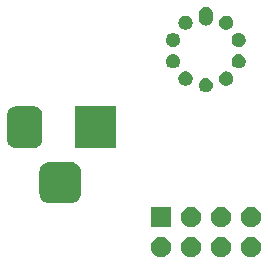
<source format=gbr>
%TF.GenerationSoftware,KiCad,Pcbnew,(5.1.6)-1*%
%TF.CreationDate,2021-01-16T21:26:58+01:00*%
%TF.ProjectId,hardware-smart-gaz-detector-extension-board,68617264-7761-4726-952d-736d6172742d,rev?*%
%TF.SameCoordinates,Original*%
%TF.FileFunction,Soldermask,Bot*%
%TF.FilePolarity,Negative*%
%FSLAX46Y46*%
G04 Gerber Fmt 4.6, Leading zero omitted, Abs format (unit mm)*
G04 Created by KiCad (PCBNEW (5.1.6)-1) date 2021-01-16 21:26:58*
%MOMM*%
%LPD*%
G01*
G04 APERTURE LIST*
%ADD10C,0.100000*%
G04 APERTURE END LIST*
D10*
G36*
X66487936Y-71318665D02*
G01*
X66642626Y-71382739D01*
X66712076Y-71429145D01*
X66781844Y-71475762D01*
X66900238Y-71594156D01*
X66946855Y-71663924D01*
X66993261Y-71733374D01*
X67057335Y-71888064D01*
X67090000Y-72052282D01*
X67090000Y-72219718D01*
X67057335Y-72383936D01*
X66993261Y-72538626D01*
X66946855Y-72608076D01*
X66900238Y-72677844D01*
X66781844Y-72796238D01*
X66712076Y-72842855D01*
X66642626Y-72889261D01*
X66487936Y-72953335D01*
X66323718Y-72986000D01*
X66156282Y-72986000D01*
X65992064Y-72953335D01*
X65837374Y-72889261D01*
X65767924Y-72842855D01*
X65698156Y-72796238D01*
X65579762Y-72677844D01*
X65533145Y-72608076D01*
X65486739Y-72538626D01*
X65422665Y-72383936D01*
X65390000Y-72219718D01*
X65390000Y-72052282D01*
X65422665Y-71888064D01*
X65486739Y-71733374D01*
X65533145Y-71663924D01*
X65579762Y-71594156D01*
X65698156Y-71475762D01*
X65767924Y-71429145D01*
X65837374Y-71382739D01*
X65992064Y-71318665D01*
X66156282Y-71286000D01*
X66323718Y-71286000D01*
X66487936Y-71318665D01*
G37*
G36*
X63947936Y-71318665D02*
G01*
X64102626Y-71382739D01*
X64172076Y-71429145D01*
X64241844Y-71475762D01*
X64360238Y-71594156D01*
X64406855Y-71663924D01*
X64453261Y-71733374D01*
X64517335Y-71888064D01*
X64550000Y-72052282D01*
X64550000Y-72219718D01*
X64517335Y-72383936D01*
X64453261Y-72538626D01*
X64406855Y-72608076D01*
X64360238Y-72677844D01*
X64241844Y-72796238D01*
X64172076Y-72842855D01*
X64102626Y-72889261D01*
X63947936Y-72953335D01*
X63783718Y-72986000D01*
X63616282Y-72986000D01*
X63452064Y-72953335D01*
X63297374Y-72889261D01*
X63227924Y-72842855D01*
X63158156Y-72796238D01*
X63039762Y-72677844D01*
X62993145Y-72608076D01*
X62946739Y-72538626D01*
X62882665Y-72383936D01*
X62850000Y-72219718D01*
X62850000Y-72052282D01*
X62882665Y-71888064D01*
X62946739Y-71733374D01*
X62993145Y-71663924D01*
X63039762Y-71594156D01*
X63158156Y-71475762D01*
X63227924Y-71429145D01*
X63297374Y-71382739D01*
X63452064Y-71318665D01*
X63616282Y-71286000D01*
X63783718Y-71286000D01*
X63947936Y-71318665D01*
G37*
G36*
X71567936Y-71318665D02*
G01*
X71722626Y-71382739D01*
X71792076Y-71429145D01*
X71861844Y-71475762D01*
X71980238Y-71594156D01*
X72026855Y-71663924D01*
X72073261Y-71733374D01*
X72137335Y-71888064D01*
X72170000Y-72052282D01*
X72170000Y-72219718D01*
X72137335Y-72383936D01*
X72073261Y-72538626D01*
X72026855Y-72608076D01*
X71980238Y-72677844D01*
X71861844Y-72796238D01*
X71792076Y-72842855D01*
X71722626Y-72889261D01*
X71567936Y-72953335D01*
X71403718Y-72986000D01*
X71236282Y-72986000D01*
X71072064Y-72953335D01*
X70917374Y-72889261D01*
X70847924Y-72842855D01*
X70778156Y-72796238D01*
X70659762Y-72677844D01*
X70613145Y-72608076D01*
X70566739Y-72538626D01*
X70502665Y-72383936D01*
X70470000Y-72219718D01*
X70470000Y-72052282D01*
X70502665Y-71888064D01*
X70566739Y-71733374D01*
X70613145Y-71663924D01*
X70659762Y-71594156D01*
X70778156Y-71475762D01*
X70847924Y-71429145D01*
X70917374Y-71382739D01*
X71072064Y-71318665D01*
X71236282Y-71286000D01*
X71403718Y-71286000D01*
X71567936Y-71318665D01*
G37*
G36*
X69027936Y-71318665D02*
G01*
X69182626Y-71382739D01*
X69252076Y-71429145D01*
X69321844Y-71475762D01*
X69440238Y-71594156D01*
X69486855Y-71663924D01*
X69533261Y-71733374D01*
X69597335Y-71888064D01*
X69630000Y-72052282D01*
X69630000Y-72219718D01*
X69597335Y-72383936D01*
X69533261Y-72538626D01*
X69486855Y-72608076D01*
X69440238Y-72677844D01*
X69321844Y-72796238D01*
X69252076Y-72842855D01*
X69182626Y-72889261D01*
X69027936Y-72953335D01*
X68863718Y-72986000D01*
X68696282Y-72986000D01*
X68532064Y-72953335D01*
X68377374Y-72889261D01*
X68307924Y-72842855D01*
X68238156Y-72796238D01*
X68119762Y-72677844D01*
X68073145Y-72608076D01*
X68026739Y-72538626D01*
X67962665Y-72383936D01*
X67930000Y-72219718D01*
X67930000Y-72052282D01*
X67962665Y-71888064D01*
X68026739Y-71733374D01*
X68073145Y-71663924D01*
X68119762Y-71594156D01*
X68238156Y-71475762D01*
X68307924Y-71429145D01*
X68377374Y-71382739D01*
X68532064Y-71318665D01*
X68696282Y-71286000D01*
X68863718Y-71286000D01*
X69027936Y-71318665D01*
G37*
G36*
X64550000Y-70446000D02*
G01*
X62850000Y-70446000D01*
X62850000Y-68746000D01*
X64550000Y-68746000D01*
X64550000Y-70446000D01*
G37*
G36*
X71567936Y-68778665D02*
G01*
X71722626Y-68842739D01*
X71792076Y-68889145D01*
X71861844Y-68935762D01*
X71980238Y-69054156D01*
X72026855Y-69123924D01*
X72073261Y-69193374D01*
X72137335Y-69348064D01*
X72170000Y-69512282D01*
X72170000Y-69679718D01*
X72137335Y-69843936D01*
X72073261Y-69998626D01*
X72026855Y-70068076D01*
X71980238Y-70137844D01*
X71861844Y-70256238D01*
X71792076Y-70302855D01*
X71722626Y-70349261D01*
X71567936Y-70413335D01*
X71403718Y-70446000D01*
X71236282Y-70446000D01*
X71072064Y-70413335D01*
X70917374Y-70349261D01*
X70847924Y-70302855D01*
X70778156Y-70256238D01*
X70659762Y-70137844D01*
X70613145Y-70068076D01*
X70566739Y-69998626D01*
X70502665Y-69843936D01*
X70470000Y-69679718D01*
X70470000Y-69512282D01*
X70502665Y-69348064D01*
X70566739Y-69193374D01*
X70613145Y-69123924D01*
X70659762Y-69054156D01*
X70778156Y-68935762D01*
X70847924Y-68889145D01*
X70917374Y-68842739D01*
X71072064Y-68778665D01*
X71236282Y-68746000D01*
X71403718Y-68746000D01*
X71567936Y-68778665D01*
G37*
G36*
X69027936Y-68778665D02*
G01*
X69182626Y-68842739D01*
X69252076Y-68889145D01*
X69321844Y-68935762D01*
X69440238Y-69054156D01*
X69486855Y-69123924D01*
X69533261Y-69193374D01*
X69597335Y-69348064D01*
X69630000Y-69512282D01*
X69630000Y-69679718D01*
X69597335Y-69843936D01*
X69533261Y-69998626D01*
X69486855Y-70068076D01*
X69440238Y-70137844D01*
X69321844Y-70256238D01*
X69252076Y-70302855D01*
X69182626Y-70349261D01*
X69027936Y-70413335D01*
X68863718Y-70446000D01*
X68696282Y-70446000D01*
X68532064Y-70413335D01*
X68377374Y-70349261D01*
X68307924Y-70302855D01*
X68238156Y-70256238D01*
X68119762Y-70137844D01*
X68073145Y-70068076D01*
X68026739Y-69998626D01*
X67962665Y-69843936D01*
X67930000Y-69679718D01*
X67930000Y-69512282D01*
X67962665Y-69348064D01*
X68026739Y-69193374D01*
X68073145Y-69123924D01*
X68119762Y-69054156D01*
X68238156Y-68935762D01*
X68307924Y-68889145D01*
X68377374Y-68842739D01*
X68532064Y-68778665D01*
X68696282Y-68746000D01*
X68863718Y-68746000D01*
X69027936Y-68778665D01*
G37*
G36*
X66487936Y-68778665D02*
G01*
X66642626Y-68842739D01*
X66712076Y-68889145D01*
X66781844Y-68935762D01*
X66900238Y-69054156D01*
X66946855Y-69123924D01*
X66993261Y-69193374D01*
X67057335Y-69348064D01*
X67090000Y-69512282D01*
X67090000Y-69679718D01*
X67057335Y-69843936D01*
X66993261Y-69998626D01*
X66946855Y-70068076D01*
X66900238Y-70137844D01*
X66781844Y-70256238D01*
X66712076Y-70302855D01*
X66642626Y-70349261D01*
X66487936Y-70413335D01*
X66323718Y-70446000D01*
X66156282Y-70446000D01*
X65992064Y-70413335D01*
X65837374Y-70349261D01*
X65767924Y-70302855D01*
X65698156Y-70256238D01*
X65579762Y-70137844D01*
X65533145Y-70068076D01*
X65486739Y-69998626D01*
X65422665Y-69843936D01*
X65390000Y-69679718D01*
X65390000Y-69512282D01*
X65422665Y-69348064D01*
X65486739Y-69193374D01*
X65533145Y-69123924D01*
X65579762Y-69054156D01*
X65698156Y-68935762D01*
X65767924Y-68889145D01*
X65837374Y-68842739D01*
X65992064Y-68778665D01*
X66156282Y-68746000D01*
X66323718Y-68746000D01*
X66487936Y-68778665D01*
G37*
G36*
X56235797Y-64942521D02*
G01*
X56394257Y-64990590D01*
X56540293Y-65068648D01*
X56668300Y-65173700D01*
X56773352Y-65301707D01*
X56851410Y-65447743D01*
X56899479Y-65606203D01*
X56916000Y-65773947D01*
X56916000Y-67578053D01*
X56899479Y-67745797D01*
X56851410Y-67904257D01*
X56773352Y-68050293D01*
X56668300Y-68178300D01*
X56540293Y-68283352D01*
X56394257Y-68361410D01*
X56235797Y-68409479D01*
X56068053Y-68426000D01*
X54263947Y-68426000D01*
X54096203Y-68409479D01*
X53937743Y-68361410D01*
X53791707Y-68283352D01*
X53663700Y-68178300D01*
X53558648Y-68050293D01*
X53480590Y-67904257D01*
X53432521Y-67745797D01*
X53416000Y-67578053D01*
X53416000Y-65773947D01*
X53432521Y-65606203D01*
X53480590Y-65447743D01*
X53558648Y-65301707D01*
X53663700Y-65173700D01*
X53791707Y-65068648D01*
X53937743Y-64990590D01*
X54096203Y-64942521D01*
X54263947Y-64926000D01*
X56068053Y-64926000D01*
X56235797Y-64942521D01*
G37*
G36*
X59916000Y-63726000D02*
G01*
X56416000Y-63726000D01*
X56416000Y-60226000D01*
X59916000Y-60226000D01*
X59916000Y-63726000D01*
G37*
G36*
X53086410Y-60240119D02*
G01*
X53221420Y-60281074D01*
X53345848Y-60347583D01*
X53454912Y-60437088D01*
X53544417Y-60546152D01*
X53610926Y-60670580D01*
X53651881Y-60805590D01*
X53666000Y-60948947D01*
X53666000Y-63003053D01*
X53651881Y-63146410D01*
X53610926Y-63281420D01*
X53544417Y-63405848D01*
X53454912Y-63514912D01*
X53345848Y-63604417D01*
X53221420Y-63670926D01*
X53086410Y-63711881D01*
X52943053Y-63726000D01*
X51388947Y-63726000D01*
X51245590Y-63711881D01*
X51110580Y-63670926D01*
X50986152Y-63604417D01*
X50877088Y-63514912D01*
X50787583Y-63405848D01*
X50721074Y-63281420D01*
X50680119Y-63146410D01*
X50666000Y-63003053D01*
X50666000Y-60948947D01*
X50680119Y-60805590D01*
X50721074Y-60670580D01*
X50787583Y-60546152D01*
X50877088Y-60437088D01*
X50986152Y-60347583D01*
X51110580Y-60281074D01*
X51245590Y-60240119D01*
X51388947Y-60226000D01*
X52943053Y-60226000D01*
X53086410Y-60240119D01*
G37*
G36*
X67675014Y-57841058D02*
G01*
X67784207Y-57886287D01*
X67882478Y-57951950D01*
X67966050Y-58035522D01*
X68031713Y-58133793D01*
X68076942Y-58242986D01*
X68100000Y-58358905D01*
X68100000Y-58477095D01*
X68076942Y-58593014D01*
X68031713Y-58702207D01*
X67966050Y-58800478D01*
X67882478Y-58884050D01*
X67784207Y-58949713D01*
X67675014Y-58994942D01*
X67559095Y-59018000D01*
X67440905Y-59018000D01*
X67324986Y-58994942D01*
X67215793Y-58949713D01*
X67117522Y-58884050D01*
X67033950Y-58800478D01*
X66968287Y-58702207D01*
X66923058Y-58593014D01*
X66900000Y-58477095D01*
X66900000Y-58358905D01*
X66923058Y-58242986D01*
X66968287Y-58133793D01*
X67033950Y-58035522D01*
X67117522Y-57951950D01*
X67215793Y-57886287D01*
X67324986Y-57841058D01*
X67440905Y-57818000D01*
X67559095Y-57818000D01*
X67675014Y-57841058D01*
G37*
G36*
X65958681Y-57283388D02*
G01*
X66067874Y-57328617D01*
X66166145Y-57394280D01*
X66249717Y-57477852D01*
X66315380Y-57576123D01*
X66360609Y-57685316D01*
X66383667Y-57801235D01*
X66383667Y-57919425D01*
X66360609Y-58035344D01*
X66315380Y-58144537D01*
X66249717Y-58242808D01*
X66166145Y-58326380D01*
X66067874Y-58392043D01*
X65958681Y-58437272D01*
X65842762Y-58460330D01*
X65724572Y-58460330D01*
X65608653Y-58437272D01*
X65499460Y-58392043D01*
X65401189Y-58326380D01*
X65317617Y-58242808D01*
X65251954Y-58144537D01*
X65206725Y-58035344D01*
X65183667Y-57919425D01*
X65183667Y-57801235D01*
X65206725Y-57685316D01*
X65251954Y-57576123D01*
X65317617Y-57477852D01*
X65401189Y-57394280D01*
X65499460Y-57328617D01*
X65608653Y-57283388D01*
X65724572Y-57260330D01*
X65842762Y-57260330D01*
X65958681Y-57283388D01*
G37*
G36*
X69391347Y-57283388D02*
G01*
X69500540Y-57328617D01*
X69598811Y-57394280D01*
X69682383Y-57477852D01*
X69748046Y-57576123D01*
X69793275Y-57685316D01*
X69816333Y-57801235D01*
X69816333Y-57919425D01*
X69793275Y-58035344D01*
X69748046Y-58144537D01*
X69682383Y-58242808D01*
X69598811Y-58326380D01*
X69500540Y-58392043D01*
X69391347Y-58437272D01*
X69275428Y-58460330D01*
X69157238Y-58460330D01*
X69041319Y-58437272D01*
X68932126Y-58392043D01*
X68833855Y-58326380D01*
X68750283Y-58242808D01*
X68684620Y-58144537D01*
X68639391Y-58035344D01*
X68616333Y-57919425D01*
X68616333Y-57801235D01*
X68639391Y-57685316D01*
X68684620Y-57576123D01*
X68750283Y-57477852D01*
X68833855Y-57394280D01*
X68932126Y-57328617D01*
X69041319Y-57283388D01*
X69157238Y-57260330D01*
X69275428Y-57260330D01*
X69391347Y-57283388D01*
G37*
G36*
X64897929Y-55823388D02*
G01*
X65007122Y-55868617D01*
X65105393Y-55934280D01*
X65188965Y-56017852D01*
X65254628Y-56116123D01*
X65299857Y-56225316D01*
X65322915Y-56341235D01*
X65322915Y-56459425D01*
X65299857Y-56575344D01*
X65254628Y-56684537D01*
X65188965Y-56782808D01*
X65105393Y-56866380D01*
X65007122Y-56932043D01*
X64897929Y-56977272D01*
X64782010Y-57000330D01*
X64663820Y-57000330D01*
X64547901Y-56977272D01*
X64438708Y-56932043D01*
X64340437Y-56866380D01*
X64256865Y-56782808D01*
X64191202Y-56684537D01*
X64145973Y-56575344D01*
X64122915Y-56459425D01*
X64122915Y-56341235D01*
X64145973Y-56225316D01*
X64191202Y-56116123D01*
X64256865Y-56017852D01*
X64340437Y-55934280D01*
X64438708Y-55868617D01*
X64547901Y-55823388D01*
X64663820Y-55800330D01*
X64782010Y-55800330D01*
X64897929Y-55823388D01*
G37*
G36*
X70452099Y-55823388D02*
G01*
X70561292Y-55868617D01*
X70659563Y-55934280D01*
X70743135Y-56017852D01*
X70808798Y-56116123D01*
X70854027Y-56225316D01*
X70877085Y-56341235D01*
X70877085Y-56459425D01*
X70854027Y-56575344D01*
X70808798Y-56684537D01*
X70743135Y-56782808D01*
X70659563Y-56866380D01*
X70561292Y-56932043D01*
X70452099Y-56977272D01*
X70336180Y-57000330D01*
X70217990Y-57000330D01*
X70102071Y-56977272D01*
X69992878Y-56932043D01*
X69894607Y-56866380D01*
X69811035Y-56782808D01*
X69745372Y-56684537D01*
X69700143Y-56575344D01*
X69677085Y-56459425D01*
X69677085Y-56341235D01*
X69700143Y-56225316D01*
X69745372Y-56116123D01*
X69811035Y-56017852D01*
X69894607Y-55934280D01*
X69992878Y-55868617D01*
X70102071Y-55823388D01*
X70217990Y-55800330D01*
X70336180Y-55800330D01*
X70452099Y-55823388D01*
G37*
G36*
X64897929Y-54018728D02*
G01*
X65007122Y-54063957D01*
X65105393Y-54129620D01*
X65188965Y-54213192D01*
X65254628Y-54311463D01*
X65299857Y-54420656D01*
X65322915Y-54536575D01*
X65322915Y-54654765D01*
X65299857Y-54770684D01*
X65254628Y-54879877D01*
X65188965Y-54978148D01*
X65105393Y-55061720D01*
X65007122Y-55127383D01*
X64897929Y-55172612D01*
X64782010Y-55195670D01*
X64663820Y-55195670D01*
X64547901Y-55172612D01*
X64438708Y-55127383D01*
X64340437Y-55061720D01*
X64256865Y-54978148D01*
X64191202Y-54879877D01*
X64145973Y-54770684D01*
X64122915Y-54654765D01*
X64122915Y-54536575D01*
X64145973Y-54420656D01*
X64191202Y-54311463D01*
X64256865Y-54213192D01*
X64340437Y-54129620D01*
X64438708Y-54063957D01*
X64547901Y-54018728D01*
X64663820Y-53995670D01*
X64782010Y-53995670D01*
X64897929Y-54018728D01*
G37*
G36*
X70452099Y-54018728D02*
G01*
X70561292Y-54063957D01*
X70659563Y-54129620D01*
X70743135Y-54213192D01*
X70808798Y-54311463D01*
X70854027Y-54420656D01*
X70877085Y-54536575D01*
X70877085Y-54654765D01*
X70854027Y-54770684D01*
X70808798Y-54879877D01*
X70743135Y-54978148D01*
X70659563Y-55061720D01*
X70561292Y-55127383D01*
X70452099Y-55172612D01*
X70336180Y-55195670D01*
X70217990Y-55195670D01*
X70102071Y-55172612D01*
X69992878Y-55127383D01*
X69894607Y-55061720D01*
X69811035Y-54978148D01*
X69745372Y-54879877D01*
X69700143Y-54770684D01*
X69677085Y-54654765D01*
X69677085Y-54536575D01*
X69700143Y-54420656D01*
X69745372Y-54311463D01*
X69811035Y-54213192D01*
X69894607Y-54129620D01*
X69992878Y-54063957D01*
X70102071Y-54018728D01*
X70217990Y-53995670D01*
X70336180Y-53995670D01*
X70452099Y-54018728D01*
G37*
G36*
X65958681Y-52558728D02*
G01*
X66067874Y-52603957D01*
X66166145Y-52669620D01*
X66249717Y-52753192D01*
X66315380Y-52851463D01*
X66360609Y-52960656D01*
X66383667Y-53076575D01*
X66383667Y-53194765D01*
X66360609Y-53310684D01*
X66315380Y-53419877D01*
X66249717Y-53518148D01*
X66166145Y-53601720D01*
X66067874Y-53667383D01*
X65958681Y-53712612D01*
X65842762Y-53735670D01*
X65724572Y-53735670D01*
X65608653Y-53712612D01*
X65499460Y-53667383D01*
X65401189Y-53601720D01*
X65317617Y-53518148D01*
X65251954Y-53419877D01*
X65206725Y-53310684D01*
X65183667Y-53194765D01*
X65183667Y-53076575D01*
X65206725Y-52960656D01*
X65251954Y-52851463D01*
X65317617Y-52753192D01*
X65401189Y-52669620D01*
X65499460Y-52603957D01*
X65608653Y-52558728D01*
X65724572Y-52535670D01*
X65842762Y-52535670D01*
X65958681Y-52558728D01*
G37*
G36*
X69391347Y-52558728D02*
G01*
X69500540Y-52603957D01*
X69598811Y-52669620D01*
X69682383Y-52753192D01*
X69748046Y-52851463D01*
X69793275Y-52960656D01*
X69816333Y-53076575D01*
X69816333Y-53194765D01*
X69793275Y-53310684D01*
X69748046Y-53419877D01*
X69682383Y-53518148D01*
X69598811Y-53601720D01*
X69500540Y-53667383D01*
X69391347Y-53712612D01*
X69275428Y-53735670D01*
X69157238Y-53735670D01*
X69041319Y-53712612D01*
X68932126Y-53667383D01*
X68833855Y-53601720D01*
X68750283Y-53518148D01*
X68684620Y-53419877D01*
X68639391Y-53310684D01*
X68616333Y-53194765D01*
X68616333Y-53076575D01*
X68639391Y-52960656D01*
X68684620Y-52851463D01*
X68750283Y-52753192D01*
X68833855Y-52669620D01*
X68932126Y-52603957D01*
X69041319Y-52558728D01*
X69157238Y-52535670D01*
X69275428Y-52535670D01*
X69391347Y-52558728D01*
G37*
G36*
X67617617Y-51786681D02*
G01*
X67617620Y-51786682D01*
X67617621Y-51786682D01*
X67730721Y-51820990D01*
X67834955Y-51876704D01*
X67926317Y-51951683D01*
X68001296Y-52043045D01*
X68057010Y-52147279D01*
X68088703Y-52251758D01*
X68091319Y-52260383D01*
X68100000Y-52348529D01*
X68100000Y-52807472D01*
X68091319Y-52895617D01*
X68091318Y-52895620D01*
X68091318Y-52895621D01*
X68057010Y-53008721D01*
X68001296Y-53112955D01*
X67926317Y-53204317D01*
X67834954Y-53279296D01*
X67730720Y-53335010D01*
X67617620Y-53369318D01*
X67617619Y-53369318D01*
X67617616Y-53369319D01*
X67500000Y-53380903D01*
X67382383Y-53369319D01*
X67382380Y-53369318D01*
X67382379Y-53369318D01*
X67269279Y-53335010D01*
X67165045Y-53279296D01*
X67073683Y-53204317D01*
X66998704Y-53112954D01*
X66942990Y-53008720D01*
X66908682Y-52895620D01*
X66908682Y-52895619D01*
X66908681Y-52895616D01*
X66900000Y-52807471D01*
X66900000Y-52348528D01*
X66908681Y-52260383D01*
X66908682Y-52260379D01*
X66942990Y-52147279D01*
X66998705Y-52043045D01*
X67073684Y-51951683D01*
X67165046Y-51876704D01*
X67269280Y-51820990D01*
X67382380Y-51786682D01*
X67382381Y-51786682D01*
X67382384Y-51786681D01*
X67500000Y-51775097D01*
X67617617Y-51786681D01*
G37*
M02*

</source>
